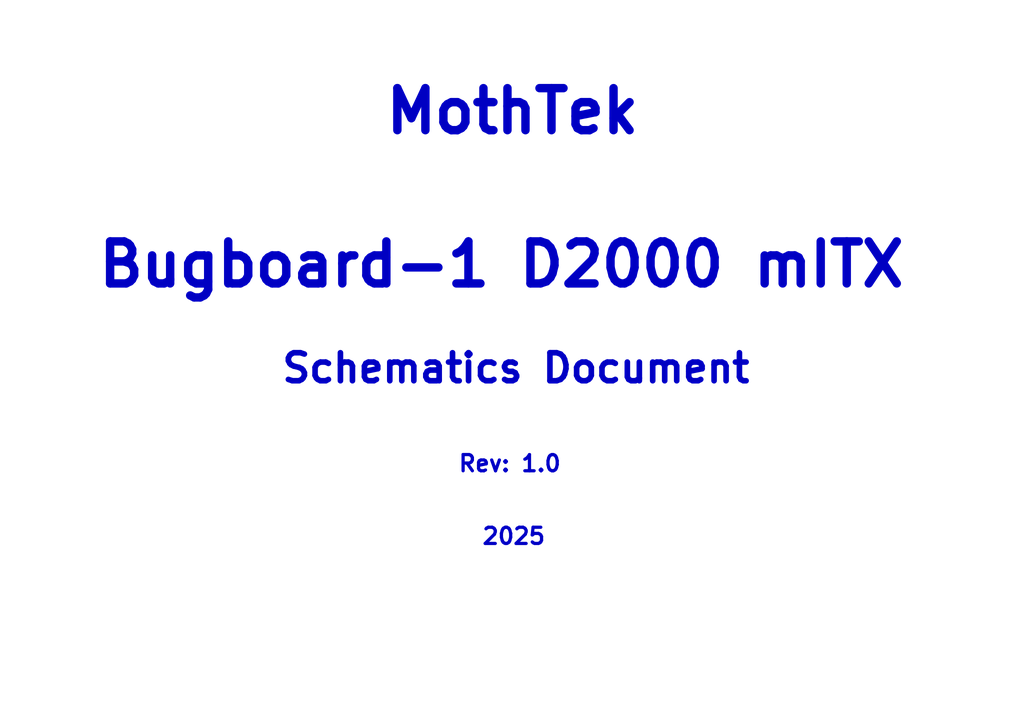
<source format=kicad_sch>
(kicad_sch
	(version 20250114)
	(generator "eeschema")
	(generator_version "9.0")
	(uuid "63ccfd88-88f8-4ba5-942b-bfda62ebbbfb")
	(paper "A4")
	(title_block
		(title "Bugboard-1 D2000 mITX")
		(date "2025-05-23")
		(rev "1.0")
	)
	(lib_symbols)
	(text "2025"
		(exclude_from_sim no)
		(at 139.446 158.496 0)
		(effects
			(font
				(size 4.699 4.699)
				(thickness 0.9398)
				(bold yes)
			)
			(justify left bottom)
		)
		(uuid "2e9caa1e-00cb-42e9-9322-8ee6bdd06719")
	)
	(text "Schematics Document"
		(exclude_from_sim no)
		(at 81.026 111.76 0)
		(effects
			(font
				(size 8.128 8.128)
				(thickness 1.6256)
				(bold yes)
			)
			(justify left bottom)
		)
		(uuid "51c274a3-78e5-4885-85ca-59141fe106ba")
	)
	(text "Rev: 1.0"
		(exclude_from_sim no)
		(at 132.588 137.414 0)
		(effects
			(font
				(size 4.699 4.699)
				(thickness 0.9398)
				(bold yes)
			)
			(justify left bottom)
		)
		(uuid "574e763e-9842-4f54-b416-3f2869b102a2")
	)
	(text "Bugboard-1 D2000 mITX"
		(exclude_from_sim no)
		(at 27.432 84.074 0)
		(effects
			(font
				(size 12.192 12.192)
				(thickness 2.4384)
				(bold yes)
			)
			(justify left bottom)
		)
		(uuid "6dae8682-ebdc-4eda-bf6d-508c5813b62c")
	)
	(text "MothTek"
		(exclude_from_sim no)
		(at 110.744 39.624 0)
		(effects
			(font
				(size 12.192 12.192)
				(thickness 2.4384)
				(bold yes)
			)
			(justify left bottom)
		)
		(uuid "df98f78b-8068-44b1-bdc1-e5dbcbdd7b87")
	)
)

</source>
